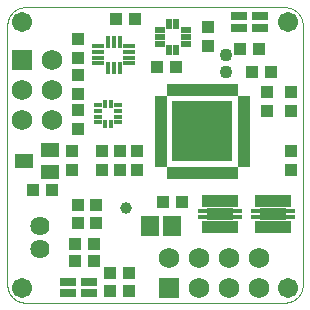
<source format=gts>
G75*
%MOIN*%
%OFA0B0*%
%FSLAX25Y25*%
%IPPOS*%
%LPD*%
%AMOC8*
5,1,8,0,0,1.08239X$1,22.5*
%
%ADD10C,0.00000*%
%ADD11R,0.04343X0.04343*%
%ADD12C,0.06400*%
%ADD13R,0.01981X0.03950*%
%ADD14R,0.03950X0.01981*%
%ADD15R,0.20485X0.20485*%
%ADD16R,0.06312X0.04737*%
%ADD17R,0.06800X0.06800*%
%ADD18C,0.06800*%
%ADD19R,0.05524X0.03162*%
%ADD20R,0.05918X0.06706*%
%ADD21R,0.01784X0.03950*%
%ADD22R,0.03950X0.01784*%
%ADD23R,0.03556X0.01981*%
%ADD24R,0.01981X0.03556*%
%ADD25R,0.01902X0.04343*%
%ADD26R,0.01942X0.04343*%
%ADD27R,0.08674X0.03950*%
%ADD28R,0.01784X0.02769*%
%ADD29R,0.02769X0.01784*%
%ADD30C,0.03937*%
%ADD31C,0.04300*%
%ADD32C,0.06706*%
D10*
X0009483Y0006895D02*
X0096098Y0006895D01*
X0096250Y0006897D01*
X0096402Y0006903D01*
X0096554Y0006913D01*
X0096705Y0006926D01*
X0096856Y0006944D01*
X0097007Y0006965D01*
X0097157Y0006991D01*
X0097306Y0007020D01*
X0097455Y0007053D01*
X0097602Y0007090D01*
X0097749Y0007130D01*
X0097894Y0007175D01*
X0098038Y0007223D01*
X0098181Y0007275D01*
X0098323Y0007330D01*
X0098463Y0007389D01*
X0098602Y0007452D01*
X0098739Y0007518D01*
X0098874Y0007588D01*
X0099007Y0007661D01*
X0099138Y0007738D01*
X0099268Y0007818D01*
X0099395Y0007901D01*
X0099520Y0007987D01*
X0099643Y0008077D01*
X0099763Y0008170D01*
X0099881Y0008266D01*
X0099997Y0008365D01*
X0100110Y0008467D01*
X0100220Y0008571D01*
X0100328Y0008679D01*
X0100432Y0008789D01*
X0100534Y0008902D01*
X0100633Y0009018D01*
X0100729Y0009136D01*
X0100822Y0009256D01*
X0100912Y0009379D01*
X0100998Y0009504D01*
X0101081Y0009631D01*
X0101161Y0009761D01*
X0101238Y0009892D01*
X0101311Y0010025D01*
X0101381Y0010160D01*
X0101447Y0010297D01*
X0101510Y0010436D01*
X0101569Y0010576D01*
X0101624Y0010718D01*
X0101676Y0010861D01*
X0101724Y0011005D01*
X0101769Y0011150D01*
X0101809Y0011297D01*
X0101846Y0011444D01*
X0101879Y0011593D01*
X0101908Y0011742D01*
X0101934Y0011892D01*
X0101955Y0012043D01*
X0101973Y0012194D01*
X0101986Y0012345D01*
X0101996Y0012497D01*
X0102002Y0012649D01*
X0102004Y0012801D01*
X0102003Y0012801D02*
X0102003Y0099415D01*
X0102004Y0099415D02*
X0102002Y0099567D01*
X0101996Y0099719D01*
X0101986Y0099871D01*
X0101973Y0100022D01*
X0101955Y0100173D01*
X0101934Y0100324D01*
X0101908Y0100474D01*
X0101879Y0100623D01*
X0101846Y0100772D01*
X0101809Y0100919D01*
X0101769Y0101066D01*
X0101724Y0101211D01*
X0101676Y0101355D01*
X0101624Y0101498D01*
X0101569Y0101640D01*
X0101510Y0101780D01*
X0101447Y0101919D01*
X0101381Y0102056D01*
X0101311Y0102191D01*
X0101238Y0102324D01*
X0101161Y0102455D01*
X0101081Y0102585D01*
X0100998Y0102712D01*
X0100912Y0102837D01*
X0100822Y0102960D01*
X0100729Y0103080D01*
X0100633Y0103198D01*
X0100534Y0103314D01*
X0100432Y0103427D01*
X0100328Y0103537D01*
X0100220Y0103645D01*
X0100110Y0103749D01*
X0099997Y0103851D01*
X0099881Y0103950D01*
X0099763Y0104046D01*
X0099643Y0104139D01*
X0099520Y0104229D01*
X0099395Y0104315D01*
X0099268Y0104398D01*
X0099138Y0104478D01*
X0099007Y0104555D01*
X0098874Y0104628D01*
X0098739Y0104698D01*
X0098602Y0104764D01*
X0098463Y0104827D01*
X0098323Y0104886D01*
X0098181Y0104941D01*
X0098038Y0104993D01*
X0097894Y0105041D01*
X0097749Y0105086D01*
X0097602Y0105126D01*
X0097455Y0105163D01*
X0097306Y0105196D01*
X0097157Y0105225D01*
X0097007Y0105251D01*
X0096856Y0105272D01*
X0096705Y0105290D01*
X0096554Y0105303D01*
X0096402Y0105313D01*
X0096250Y0105319D01*
X0096098Y0105321D01*
X0096098Y0105320D02*
X0009483Y0105320D01*
X0009483Y0105321D02*
X0009331Y0105319D01*
X0009179Y0105313D01*
X0009027Y0105303D01*
X0008876Y0105290D01*
X0008725Y0105272D01*
X0008574Y0105251D01*
X0008424Y0105225D01*
X0008275Y0105196D01*
X0008126Y0105163D01*
X0007979Y0105126D01*
X0007832Y0105086D01*
X0007687Y0105041D01*
X0007543Y0104993D01*
X0007400Y0104941D01*
X0007258Y0104886D01*
X0007118Y0104827D01*
X0006979Y0104764D01*
X0006842Y0104698D01*
X0006707Y0104628D01*
X0006574Y0104555D01*
X0006443Y0104478D01*
X0006313Y0104398D01*
X0006186Y0104315D01*
X0006061Y0104229D01*
X0005938Y0104139D01*
X0005818Y0104046D01*
X0005700Y0103950D01*
X0005584Y0103851D01*
X0005471Y0103749D01*
X0005361Y0103645D01*
X0005253Y0103537D01*
X0005149Y0103427D01*
X0005047Y0103314D01*
X0004948Y0103198D01*
X0004852Y0103080D01*
X0004759Y0102960D01*
X0004669Y0102837D01*
X0004583Y0102712D01*
X0004500Y0102585D01*
X0004420Y0102455D01*
X0004343Y0102324D01*
X0004270Y0102191D01*
X0004200Y0102056D01*
X0004134Y0101919D01*
X0004071Y0101780D01*
X0004012Y0101640D01*
X0003957Y0101498D01*
X0003905Y0101355D01*
X0003857Y0101211D01*
X0003812Y0101066D01*
X0003772Y0100919D01*
X0003735Y0100772D01*
X0003702Y0100623D01*
X0003673Y0100474D01*
X0003647Y0100324D01*
X0003626Y0100173D01*
X0003608Y0100022D01*
X0003595Y0099871D01*
X0003585Y0099719D01*
X0003579Y0099567D01*
X0003577Y0099415D01*
X0003578Y0099415D02*
X0003578Y0012801D01*
X0003577Y0012801D02*
X0003579Y0012649D01*
X0003585Y0012497D01*
X0003595Y0012345D01*
X0003608Y0012194D01*
X0003626Y0012043D01*
X0003647Y0011892D01*
X0003673Y0011742D01*
X0003702Y0011593D01*
X0003735Y0011444D01*
X0003772Y0011297D01*
X0003812Y0011150D01*
X0003857Y0011005D01*
X0003905Y0010861D01*
X0003957Y0010718D01*
X0004012Y0010576D01*
X0004071Y0010436D01*
X0004134Y0010297D01*
X0004200Y0010160D01*
X0004270Y0010025D01*
X0004343Y0009892D01*
X0004420Y0009761D01*
X0004500Y0009631D01*
X0004583Y0009504D01*
X0004669Y0009379D01*
X0004759Y0009256D01*
X0004852Y0009136D01*
X0004948Y0009018D01*
X0005047Y0008902D01*
X0005149Y0008789D01*
X0005253Y0008679D01*
X0005361Y0008571D01*
X0005471Y0008467D01*
X0005584Y0008365D01*
X0005700Y0008266D01*
X0005818Y0008170D01*
X0005938Y0008077D01*
X0006061Y0007987D01*
X0006186Y0007901D01*
X0006313Y0007818D01*
X0006443Y0007738D01*
X0006574Y0007661D01*
X0006707Y0007588D01*
X0006842Y0007518D01*
X0006979Y0007452D01*
X0007118Y0007389D01*
X0007258Y0007330D01*
X0007400Y0007275D01*
X0007543Y0007223D01*
X0007687Y0007175D01*
X0007832Y0007130D01*
X0007979Y0007090D01*
X0008126Y0007053D01*
X0008275Y0007020D01*
X0008424Y0006991D01*
X0008574Y0006965D01*
X0008725Y0006944D01*
X0008876Y0006926D01*
X0009027Y0006913D01*
X0009179Y0006903D01*
X0009331Y0006897D01*
X0009483Y0006895D01*
D11*
X0026019Y0020675D03*
X0026019Y0026580D03*
X0032318Y0026580D03*
X0032318Y0020675D03*
X0037830Y0016738D03*
X0037830Y0010832D03*
X0044129Y0010832D03*
X0044129Y0016738D03*
X0033105Y0033273D03*
X0027200Y0033273D03*
X0027200Y0039572D03*
X0033105Y0039572D03*
X0035074Y0050989D03*
X0040979Y0050989D03*
X0046885Y0050989D03*
X0046885Y0057289D03*
X0040979Y0057289D03*
X0035074Y0057289D03*
X0027200Y0064769D03*
X0027200Y0071068D03*
X0027200Y0076580D03*
X0027200Y0082879D03*
X0027200Y0088391D03*
X0027200Y0094690D03*
X0039798Y0101383D03*
X0046098Y0101383D03*
X0053578Y0085438D03*
X0059877Y0085438D03*
X0070507Y0092328D03*
X0070507Y0098627D03*
X0081137Y0091541D03*
X0087436Y0091541D03*
X0085074Y0083667D03*
X0091373Y0083667D03*
X0090192Y0076974D03*
X0090192Y0070675D03*
X0098066Y0070675D03*
X0098066Y0076974D03*
X0098066Y0057289D03*
X0098066Y0050989D03*
X0061846Y0040360D03*
X0055546Y0040360D03*
X0025231Y0050989D03*
X0025231Y0057289D03*
X0018538Y0044297D03*
X0012239Y0044297D03*
D12*
X0014405Y0032486D03*
X0014405Y0024612D03*
D13*
X0057712Y0050202D03*
X0059680Y0050202D03*
X0061649Y0050202D03*
X0063617Y0050202D03*
X0065586Y0050202D03*
X0067554Y0050202D03*
X0069523Y0050202D03*
X0071491Y0050202D03*
X0073460Y0050202D03*
X0075428Y0050202D03*
X0077397Y0050202D03*
X0079365Y0050202D03*
X0079365Y0077761D03*
X0077397Y0077761D03*
X0075428Y0077761D03*
X0073460Y0077761D03*
X0071491Y0077761D03*
X0069523Y0077761D03*
X0067554Y0077761D03*
X0065586Y0077761D03*
X0063617Y0077761D03*
X0061649Y0077761D03*
X0059680Y0077761D03*
X0057712Y0077761D03*
D14*
X0054759Y0074808D03*
X0054759Y0072840D03*
X0054759Y0070871D03*
X0054759Y0068903D03*
X0054759Y0066934D03*
X0054759Y0064966D03*
X0054759Y0062997D03*
X0054759Y0061029D03*
X0054759Y0059060D03*
X0054759Y0057092D03*
X0054759Y0055123D03*
X0054759Y0053155D03*
X0082318Y0053155D03*
X0082318Y0055123D03*
X0082318Y0057092D03*
X0082318Y0059060D03*
X0082318Y0061029D03*
X0082318Y0062997D03*
X0082318Y0064966D03*
X0082318Y0066934D03*
X0082318Y0068903D03*
X0082318Y0070871D03*
X0082318Y0072840D03*
X0082318Y0074808D03*
D15*
X0068538Y0063982D03*
D16*
X0017751Y0057879D03*
X0009090Y0054139D03*
X0017751Y0050399D03*
D17*
X0008499Y0087604D03*
X0057475Y0011738D03*
D18*
X0067475Y0011738D03*
X0077475Y0011738D03*
X0087475Y0011738D03*
X0087475Y0021738D03*
X0077475Y0021738D03*
X0067475Y0021738D03*
X0057475Y0021738D03*
X0018499Y0067604D03*
X0018499Y0077604D03*
X0008499Y0077604D03*
X0008499Y0067604D03*
X0018499Y0087604D03*
D19*
X0080743Y0098529D03*
X0080743Y0102269D03*
X0087830Y0102269D03*
X0087830Y0098529D03*
X0030743Y0013686D03*
X0030743Y0009946D03*
X0023657Y0009946D03*
X0023657Y0013686D03*
D20*
X0051019Y0032486D03*
X0058499Y0032486D03*
D21*
X0040979Y0085241D03*
X0039011Y0085241D03*
X0037042Y0085241D03*
X0037042Y0093903D03*
X0039011Y0093903D03*
X0040979Y0093903D03*
D22*
X0044129Y0092525D03*
X0044129Y0090556D03*
X0044129Y0088588D03*
X0044129Y0086619D03*
X0033893Y0086619D03*
X0033893Y0088588D03*
X0033893Y0090556D03*
X0033893Y0092525D03*
X0069129Y0037407D03*
X0069129Y0035438D03*
X0079759Y0035438D03*
X0079759Y0037407D03*
X0086846Y0037407D03*
X0086846Y0035438D03*
X0097475Y0035438D03*
X0097475Y0037407D03*
D23*
X0063027Y0093115D03*
X0063027Y0095478D03*
X0063027Y0097840D03*
X0054365Y0097840D03*
X0054365Y0095478D03*
X0054365Y0093115D03*
D24*
X0057515Y0091147D03*
X0059877Y0091147D03*
X0059877Y0099808D03*
X0057515Y0099808D03*
D25*
X0069523Y0040753D03*
X0071491Y0040753D03*
X0073460Y0040753D03*
X0075428Y0040753D03*
X0079365Y0040753D03*
X0087239Y0040753D03*
X0089208Y0040753D03*
X0091176Y0040753D03*
X0093145Y0040753D03*
X0097082Y0040753D03*
X0097082Y0032092D03*
X0095113Y0032092D03*
X0093145Y0032092D03*
X0091176Y0032092D03*
X0089208Y0032092D03*
X0087239Y0032092D03*
X0079365Y0032092D03*
X0077397Y0032092D03*
X0075428Y0032092D03*
X0073460Y0032092D03*
X0071491Y0032092D03*
X0069523Y0032092D03*
D26*
X0077397Y0040753D03*
X0095113Y0040753D03*
D27*
X0092161Y0036423D03*
X0074444Y0036423D03*
D28*
X0038027Y0066541D03*
X0036058Y0066541D03*
X0036058Y0073234D03*
X0038027Y0073234D03*
D29*
X0040389Y0072840D03*
X0040389Y0070871D03*
X0040389Y0068903D03*
X0040389Y0066934D03*
X0033696Y0066934D03*
X0033696Y0068903D03*
X0033696Y0070871D03*
X0033696Y0072840D03*
D30*
X0042948Y0038391D03*
D31*
X0076413Y0083667D03*
X0076413Y0089572D03*
D32*
X0097082Y0100399D03*
X0008499Y0100399D03*
X0008499Y0011816D03*
X0097082Y0011816D03*
M02*

</source>
